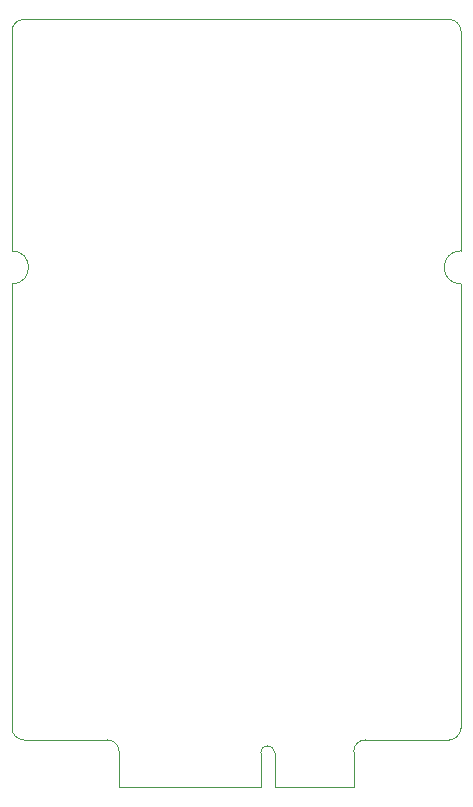
<source format=gm1>
%TF.GenerationSoftware,KiCad,Pcbnew,6.0.0-rc2-unknown-fe148df57e~144~ubuntu20.04.1*%
%TF.CreationDate,2021-12-26T07:15:28-08:00*%
%TF.ProjectId,micromod-pmod-function,6d696372-6f6d-46f6-942d-706d6f642d66,rev?*%
%TF.SameCoordinates,Original*%
%TF.FileFunction,Profile,NP*%
%FSLAX46Y46*%
G04 Gerber Fmt 4.6, Leading zero omitted, Abs format (unit mm)*
G04 Created by KiCad (PCBNEW 6.0.0-rc2-unknown-fe148df57e~144~ubuntu20.04.1) date 2021-12-26 07:15:28*
%MOMM*%
%LPD*%
G01*
G04 APERTURE LIST*
%TA.AperFunction,Profile*%
%ADD10C,0.120000*%
%TD*%
G04 APERTURE END LIST*
D10*
%TO.C,J1*%
X210925000Y-146000000D02*
X218000000Y-146000000D01*
X209925000Y-150000000D02*
X209925000Y-147000000D01*
X190075000Y-150000000D02*
X190075000Y-147000000D01*
X202050000Y-150000000D02*
X202050000Y-147100000D01*
X182000000Y-146000000D02*
X189075000Y-146000000D01*
X181000000Y-145000000D02*
X181000000Y-107400000D01*
X181000000Y-86000000D02*
X181000000Y-104600000D01*
X202050000Y-150000000D02*
X190075000Y-150000000D01*
X219000000Y-104600000D02*
X219000000Y-86000000D01*
X203250000Y-147100000D02*
X203250000Y-150000000D01*
X203250000Y-150000000D02*
X209925000Y-150000000D01*
X218000000Y-85000000D02*
X182000000Y-85000000D01*
X219000000Y-145000000D02*
X219000000Y-107400000D01*
X218000000Y-146000000D02*
G75*
G03*
X219000000Y-145000000I1J999999D01*
G01*
X203250000Y-147100000D02*
G75*
G03*
X202050000Y-147100000I-600000J0D01*
G01*
X181000000Y-107400000D02*
G75*
G03*
X181000000Y-104600000I0J1400000D01*
G01*
X190075000Y-147000000D02*
G75*
G03*
X189075000Y-146000000I-1000003J-3D01*
G01*
X219000000Y-104600000D02*
G75*
G03*
X219000000Y-107400000I0J-1400000D01*
G01*
X219000000Y-86000000D02*
G75*
G03*
X218000000Y-85000000I-999999J1D01*
G01*
X182000000Y-85000000D02*
G75*
G03*
X181000000Y-86000000I-1J-999999D01*
G01*
X181000000Y-145000000D02*
G75*
G03*
X182000000Y-146000000I999999J-1D01*
G01*
X210925000Y-146000000D02*
G75*
G03*
X209925000Y-147000000I3J-1000003D01*
G01*
%TD*%
M02*

</source>
